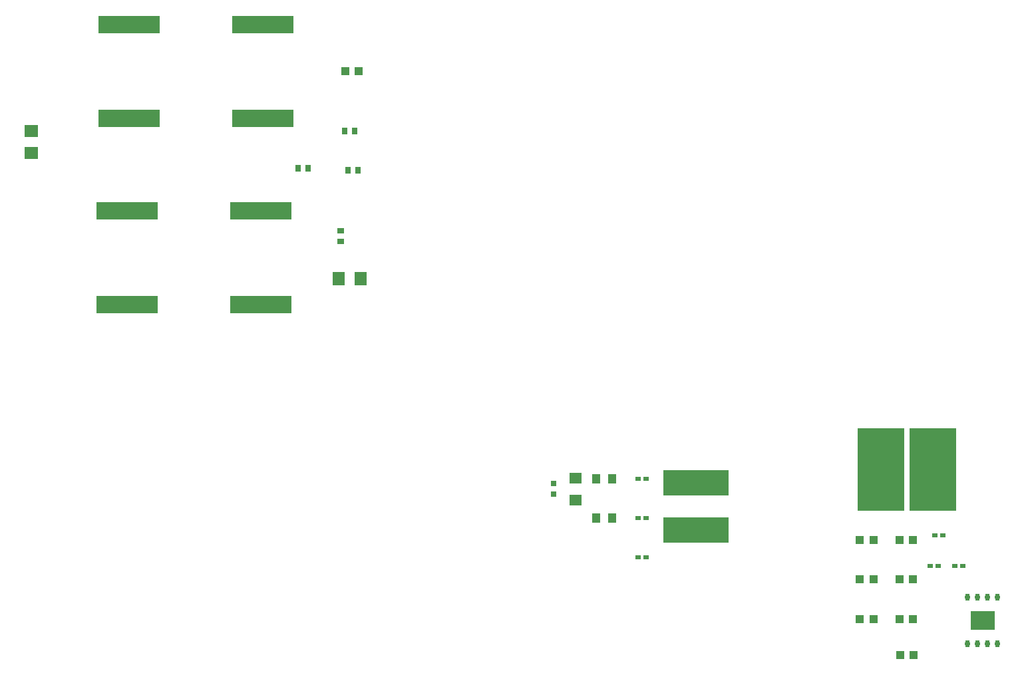
<source format=gtp>
G04 Layer_Color=8421504*
%FSLAX25Y25*%
%MOIN*%
G70*
G01*
G75*
%ADD10R,0.03000X0.03000*%
%ADD11O,0.02362X0.03740*%
%ADD12R,0.12205X0.09449*%
%ADD13R,0.04331X0.03937*%
%ADD14R,0.23386X0.41378*%
%ADD15R,0.02756X0.03543*%
%ADD16R,0.07087X0.06299*%
%ADD17R,0.02500X0.02000*%
%ADD18R,0.32559X0.12598*%
%ADD19R,0.04000X0.05000*%
%ADD20R,0.30512X0.08661*%
%ADD21R,0.03543X0.02756*%
%ADD22R,0.06299X0.07087*%
%ADD23R,0.06299X0.05512*%
D10*
X449500Y601000D02*
D03*
Y606500D02*
D03*
D11*
X672000Y549425D02*
D03*
X667000D02*
D03*
X662000D02*
D03*
X657000D02*
D03*
X672000Y526000D02*
D03*
X667000D02*
D03*
X662000D02*
D03*
X657000D02*
D03*
D12*
X664500Y537713D02*
D03*
D13*
X623241Y520500D02*
D03*
X629933D02*
D03*
X622752Y558311D02*
D03*
X629444D02*
D03*
X622752Y538626D02*
D03*
X629444D02*
D03*
X622752Y577996D02*
D03*
X629444D02*
D03*
X603067Y538626D02*
D03*
X609759D02*
D03*
X603067Y558311D02*
D03*
X609759D02*
D03*
X603067Y577996D02*
D03*
X609759D02*
D03*
X351846Y813000D02*
D03*
X345154D02*
D03*
D14*
X613673Y613500D02*
D03*
X639500D02*
D03*
D15*
X321441Y764500D02*
D03*
X326559D02*
D03*
X346441Y763500D02*
D03*
X351559D02*
D03*
X344941Y783000D02*
D03*
X350059D02*
D03*
D16*
X188000Y771988D02*
D03*
Y783012D02*
D03*
D17*
X650587Y565000D02*
D03*
X654587D02*
D03*
X638087D02*
D03*
X642087D02*
D03*
X640587Y580500D02*
D03*
X644587D02*
D03*
X495752Y569386D02*
D03*
X491752D02*
D03*
X495752Y608756D02*
D03*
X491752D02*
D03*
X495752Y589071D02*
D03*
X491752D02*
D03*
D18*
X521000Y606929D02*
D03*
Y583071D02*
D03*
D19*
X479067Y589071D02*
D03*
X471067D02*
D03*
X479067Y608756D02*
D03*
X471067D02*
D03*
D20*
X236996Y789496D02*
D03*
Y836504D02*
D03*
X304004Y789496D02*
D03*
Y836504D02*
D03*
X235996Y695996D02*
D03*
Y743004D02*
D03*
X303004Y695996D02*
D03*
Y743004D02*
D03*
D21*
X343000Y733059D02*
D03*
Y727941D02*
D03*
D22*
X353012Y709000D02*
D03*
X341988D02*
D03*
D23*
X460500Y609012D02*
D03*
Y597988D02*
D03*
M02*

</source>
